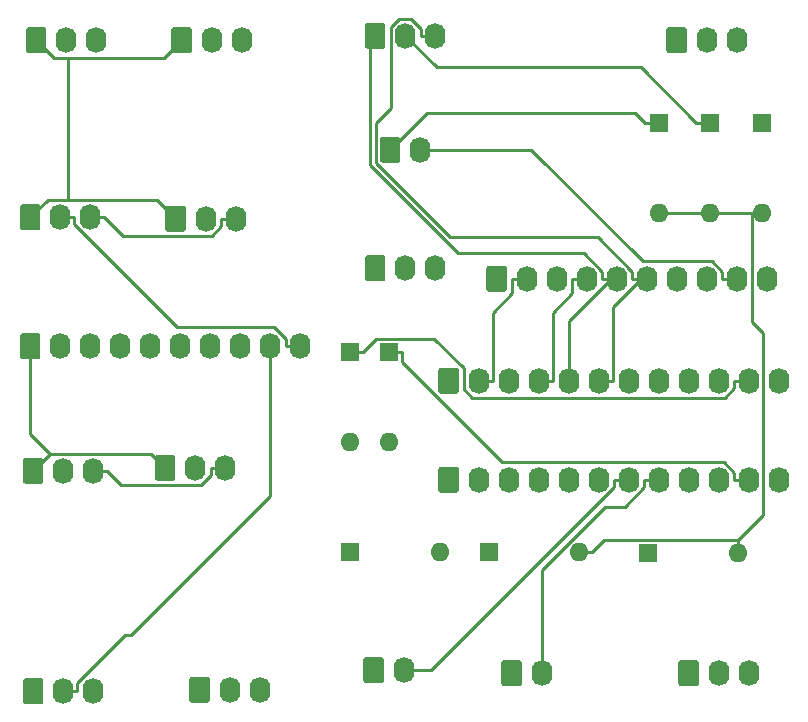
<source format=gbr>
G04 #@! TF.GenerationSoftware,KiCad,Pcbnew,(5.1.5-0-10_14)*
G04 #@! TF.CreationDate,2021-03-15T05:53:51+10:00*
G04 #@! TF.ProjectId,OH - Left Console - 7 - Communication Panel,4f48202d-204c-4656-9674-20436f6e736f,rev?*
G04 #@! TF.SameCoordinates,Original*
G04 #@! TF.FileFunction,Copper,L1,Top*
G04 #@! TF.FilePolarity,Positive*
%FSLAX46Y46*%
G04 Gerber Fmt 4.6, Leading zero omitted, Abs format (unit mm)*
G04 Created by KiCad (PCBNEW (5.1.5-0-10_14)) date 2021-03-15 05:53:51*
%MOMM*%
%LPD*%
G04 APERTURE LIST*
%ADD10O,1.740000X2.200000*%
%ADD11C,0.100000*%
%ADD12O,1.600000X1.600000*%
%ADD13R,1.600000X1.600000*%
%ADD14C,0.250000*%
G04 APERTURE END LIST*
D10*
X116586000Y-121920000D03*
X114046000Y-121920000D03*
X111506000Y-121920000D03*
X108966000Y-121920000D03*
X106426000Y-121920000D03*
X103886000Y-121920000D03*
X101346000Y-121920000D03*
X98806000Y-121920000D03*
X96266000Y-121920000D03*
X93726000Y-121920000D03*
X91186000Y-121920000D03*
G04 #@! TA.AperFunction,ComponentPad*
D11*
G36*
X89290505Y-120821204D02*
G01*
X89314773Y-120824804D01*
X89338572Y-120830765D01*
X89361671Y-120839030D01*
X89383850Y-120849520D01*
X89404893Y-120862132D01*
X89424599Y-120876747D01*
X89442777Y-120893223D01*
X89459253Y-120911401D01*
X89473868Y-120931107D01*
X89486480Y-120952150D01*
X89496970Y-120974329D01*
X89505235Y-120997428D01*
X89511196Y-121021227D01*
X89514796Y-121045495D01*
X89516000Y-121069999D01*
X89516000Y-122770001D01*
X89514796Y-122794505D01*
X89511196Y-122818773D01*
X89505235Y-122842572D01*
X89496970Y-122865671D01*
X89486480Y-122887850D01*
X89473868Y-122908893D01*
X89459253Y-122928599D01*
X89442777Y-122946777D01*
X89424599Y-122963253D01*
X89404893Y-122977868D01*
X89383850Y-122990480D01*
X89361671Y-123000970D01*
X89338572Y-123009235D01*
X89314773Y-123015196D01*
X89290505Y-123018796D01*
X89266001Y-123020000D01*
X88025999Y-123020000D01*
X88001495Y-123018796D01*
X87977227Y-123015196D01*
X87953428Y-123009235D01*
X87930329Y-123000970D01*
X87908150Y-122990480D01*
X87887107Y-122977868D01*
X87867401Y-122963253D01*
X87849223Y-122946777D01*
X87832747Y-122928599D01*
X87818132Y-122908893D01*
X87805520Y-122887850D01*
X87795030Y-122865671D01*
X87786765Y-122842572D01*
X87780804Y-122818773D01*
X87777204Y-122794505D01*
X87776000Y-122770001D01*
X87776000Y-121069999D01*
X87777204Y-121045495D01*
X87780804Y-121021227D01*
X87786765Y-120997428D01*
X87795030Y-120974329D01*
X87805520Y-120952150D01*
X87818132Y-120931107D01*
X87832747Y-120911401D01*
X87849223Y-120893223D01*
X87867401Y-120876747D01*
X87887107Y-120862132D01*
X87908150Y-120849520D01*
X87930329Y-120839030D01*
X87953428Y-120830765D01*
X87977227Y-120824804D01*
X88001495Y-120821204D01*
X88025999Y-120820000D01*
X89266001Y-120820000D01*
X89290505Y-120821204D01*
G37*
G04 #@! TD.AperFunction*
D10*
X116586000Y-113538000D03*
X114046000Y-113538000D03*
X111506000Y-113538000D03*
X108966000Y-113538000D03*
X106426000Y-113538000D03*
X103886000Y-113538000D03*
X101346000Y-113538000D03*
X98806000Y-113538000D03*
X96266000Y-113538000D03*
X93726000Y-113538000D03*
X91186000Y-113538000D03*
G04 #@! TA.AperFunction,ComponentPad*
D11*
G36*
X89290505Y-112439204D02*
G01*
X89314773Y-112442804D01*
X89338572Y-112448765D01*
X89361671Y-112457030D01*
X89383850Y-112467520D01*
X89404893Y-112480132D01*
X89424599Y-112494747D01*
X89442777Y-112511223D01*
X89459253Y-112529401D01*
X89473868Y-112549107D01*
X89486480Y-112570150D01*
X89496970Y-112592329D01*
X89505235Y-112615428D01*
X89511196Y-112639227D01*
X89514796Y-112663495D01*
X89516000Y-112687999D01*
X89516000Y-114388001D01*
X89514796Y-114412505D01*
X89511196Y-114436773D01*
X89505235Y-114460572D01*
X89496970Y-114483671D01*
X89486480Y-114505850D01*
X89473868Y-114526893D01*
X89459253Y-114546599D01*
X89442777Y-114564777D01*
X89424599Y-114581253D01*
X89404893Y-114595868D01*
X89383850Y-114608480D01*
X89361671Y-114618970D01*
X89338572Y-114627235D01*
X89314773Y-114633196D01*
X89290505Y-114636796D01*
X89266001Y-114638000D01*
X88025999Y-114638000D01*
X88001495Y-114636796D01*
X87977227Y-114633196D01*
X87953428Y-114627235D01*
X87930329Y-114618970D01*
X87908150Y-114608480D01*
X87887107Y-114595868D01*
X87867401Y-114581253D01*
X87849223Y-114564777D01*
X87832747Y-114546599D01*
X87818132Y-114526893D01*
X87805520Y-114505850D01*
X87795030Y-114483671D01*
X87786765Y-114460572D01*
X87780804Y-114436773D01*
X87777204Y-114412505D01*
X87776000Y-114388001D01*
X87776000Y-112687999D01*
X87777204Y-112663495D01*
X87780804Y-112639227D01*
X87786765Y-112615428D01*
X87795030Y-112592329D01*
X87805520Y-112570150D01*
X87818132Y-112549107D01*
X87832747Y-112529401D01*
X87849223Y-112511223D01*
X87867401Y-112494747D01*
X87887107Y-112480132D01*
X87908150Y-112467520D01*
X87930329Y-112457030D01*
X87953428Y-112448765D01*
X87977227Y-112442804D01*
X88001495Y-112439204D01*
X88025999Y-112438000D01*
X89266001Y-112438000D01*
X89290505Y-112439204D01*
G37*
G04 #@! TD.AperFunction*
D10*
X76073000Y-110617000D03*
X73533000Y-110617000D03*
X70993000Y-110617000D03*
X68453000Y-110617000D03*
X65913000Y-110617000D03*
X63373000Y-110617000D03*
X60833000Y-110617000D03*
X58293000Y-110617000D03*
X55753000Y-110617000D03*
G04 #@! TA.AperFunction,ComponentPad*
D11*
G36*
X53857505Y-109518204D02*
G01*
X53881773Y-109521804D01*
X53905572Y-109527765D01*
X53928671Y-109536030D01*
X53950850Y-109546520D01*
X53971893Y-109559132D01*
X53991599Y-109573747D01*
X54009777Y-109590223D01*
X54026253Y-109608401D01*
X54040868Y-109628107D01*
X54053480Y-109649150D01*
X54063970Y-109671329D01*
X54072235Y-109694428D01*
X54078196Y-109718227D01*
X54081796Y-109742495D01*
X54083000Y-109766999D01*
X54083000Y-111467001D01*
X54081796Y-111491505D01*
X54078196Y-111515773D01*
X54072235Y-111539572D01*
X54063970Y-111562671D01*
X54053480Y-111584850D01*
X54040868Y-111605893D01*
X54026253Y-111625599D01*
X54009777Y-111643777D01*
X53991599Y-111660253D01*
X53971893Y-111674868D01*
X53950850Y-111687480D01*
X53928671Y-111697970D01*
X53905572Y-111706235D01*
X53881773Y-111712196D01*
X53857505Y-111715796D01*
X53833001Y-111717000D01*
X52592999Y-111717000D01*
X52568495Y-111715796D01*
X52544227Y-111712196D01*
X52520428Y-111706235D01*
X52497329Y-111697970D01*
X52475150Y-111687480D01*
X52454107Y-111674868D01*
X52434401Y-111660253D01*
X52416223Y-111643777D01*
X52399747Y-111625599D01*
X52385132Y-111605893D01*
X52372520Y-111584850D01*
X52362030Y-111562671D01*
X52353765Y-111539572D01*
X52347804Y-111515773D01*
X52344204Y-111491505D01*
X52343000Y-111467001D01*
X52343000Y-109766999D01*
X52344204Y-109742495D01*
X52347804Y-109718227D01*
X52353765Y-109694428D01*
X52362030Y-109671329D01*
X52372520Y-109649150D01*
X52385132Y-109628107D01*
X52399747Y-109608401D01*
X52416223Y-109590223D01*
X52434401Y-109573747D01*
X52454107Y-109559132D01*
X52475150Y-109546520D01*
X52497329Y-109536030D01*
X52520428Y-109527765D01*
X52544227Y-109521804D01*
X52568495Y-109518204D01*
X52592999Y-109517000D01*
X53833001Y-109517000D01*
X53857505Y-109518204D01*
G37*
G04 #@! TD.AperFunction*
D10*
X86233000Y-93980000D03*
G04 #@! TA.AperFunction,ComponentPad*
D11*
G36*
X84337505Y-92881204D02*
G01*
X84361773Y-92884804D01*
X84385572Y-92890765D01*
X84408671Y-92899030D01*
X84430850Y-92909520D01*
X84451893Y-92922132D01*
X84471599Y-92936747D01*
X84489777Y-92953223D01*
X84506253Y-92971401D01*
X84520868Y-92991107D01*
X84533480Y-93012150D01*
X84543970Y-93034329D01*
X84552235Y-93057428D01*
X84558196Y-93081227D01*
X84561796Y-93105495D01*
X84563000Y-93129999D01*
X84563000Y-94830001D01*
X84561796Y-94854505D01*
X84558196Y-94878773D01*
X84552235Y-94902572D01*
X84543970Y-94925671D01*
X84533480Y-94947850D01*
X84520868Y-94968893D01*
X84506253Y-94988599D01*
X84489777Y-95006777D01*
X84471599Y-95023253D01*
X84451893Y-95037868D01*
X84430850Y-95050480D01*
X84408671Y-95060970D01*
X84385572Y-95069235D01*
X84361773Y-95075196D01*
X84337505Y-95078796D01*
X84313001Y-95080000D01*
X83072999Y-95080000D01*
X83048495Y-95078796D01*
X83024227Y-95075196D01*
X83000428Y-95069235D01*
X82977329Y-95060970D01*
X82955150Y-95050480D01*
X82934107Y-95037868D01*
X82914401Y-95023253D01*
X82896223Y-95006777D01*
X82879747Y-94988599D01*
X82865132Y-94968893D01*
X82852520Y-94947850D01*
X82842030Y-94925671D01*
X82833765Y-94902572D01*
X82827804Y-94878773D01*
X82824204Y-94854505D01*
X82823000Y-94830001D01*
X82823000Y-93129999D01*
X82824204Y-93105495D01*
X82827804Y-93081227D01*
X82833765Y-93057428D01*
X82842030Y-93034329D01*
X82852520Y-93012150D01*
X82865132Y-92991107D01*
X82879747Y-92971401D01*
X82896223Y-92953223D01*
X82914401Y-92936747D01*
X82934107Y-92922132D01*
X82955150Y-92909520D01*
X82977329Y-92899030D01*
X83000428Y-92890765D01*
X83024227Y-92884804D01*
X83048495Y-92881204D01*
X83072999Y-92880000D01*
X84313001Y-92880000D01*
X84337505Y-92881204D01*
G37*
G04 #@! TD.AperFunction*
D10*
X96520000Y-138303000D03*
G04 #@! TA.AperFunction,ComponentPad*
D11*
G36*
X94624505Y-137204204D02*
G01*
X94648773Y-137207804D01*
X94672572Y-137213765D01*
X94695671Y-137222030D01*
X94717850Y-137232520D01*
X94738893Y-137245132D01*
X94758599Y-137259747D01*
X94776777Y-137276223D01*
X94793253Y-137294401D01*
X94807868Y-137314107D01*
X94820480Y-137335150D01*
X94830970Y-137357329D01*
X94839235Y-137380428D01*
X94845196Y-137404227D01*
X94848796Y-137428495D01*
X94850000Y-137452999D01*
X94850000Y-139153001D01*
X94848796Y-139177505D01*
X94845196Y-139201773D01*
X94839235Y-139225572D01*
X94830970Y-139248671D01*
X94820480Y-139270850D01*
X94807868Y-139291893D01*
X94793253Y-139311599D01*
X94776777Y-139329777D01*
X94758599Y-139346253D01*
X94738893Y-139360868D01*
X94717850Y-139373480D01*
X94695671Y-139383970D01*
X94672572Y-139392235D01*
X94648773Y-139398196D01*
X94624505Y-139401796D01*
X94600001Y-139403000D01*
X93359999Y-139403000D01*
X93335495Y-139401796D01*
X93311227Y-139398196D01*
X93287428Y-139392235D01*
X93264329Y-139383970D01*
X93242150Y-139373480D01*
X93221107Y-139360868D01*
X93201401Y-139346253D01*
X93183223Y-139329777D01*
X93166747Y-139311599D01*
X93152132Y-139291893D01*
X93139520Y-139270850D01*
X93129030Y-139248671D01*
X93120765Y-139225572D01*
X93114804Y-139201773D01*
X93111204Y-139177505D01*
X93110000Y-139153001D01*
X93110000Y-137452999D01*
X93111204Y-137428495D01*
X93114804Y-137404227D01*
X93120765Y-137380428D01*
X93129030Y-137357329D01*
X93139520Y-137335150D01*
X93152132Y-137314107D01*
X93166747Y-137294401D01*
X93183223Y-137276223D01*
X93201401Y-137259747D01*
X93221107Y-137245132D01*
X93242150Y-137232520D01*
X93264329Y-137222030D01*
X93287428Y-137213765D01*
X93311227Y-137207804D01*
X93335495Y-137204204D01*
X93359999Y-137203000D01*
X94600001Y-137203000D01*
X94624505Y-137204204D01*
G37*
G04 #@! TD.AperFunction*
D10*
X84836000Y-138049000D03*
G04 #@! TA.AperFunction,ComponentPad*
D11*
G36*
X82940505Y-136950204D02*
G01*
X82964773Y-136953804D01*
X82988572Y-136959765D01*
X83011671Y-136968030D01*
X83033850Y-136978520D01*
X83054893Y-136991132D01*
X83074599Y-137005747D01*
X83092777Y-137022223D01*
X83109253Y-137040401D01*
X83123868Y-137060107D01*
X83136480Y-137081150D01*
X83146970Y-137103329D01*
X83155235Y-137126428D01*
X83161196Y-137150227D01*
X83164796Y-137174495D01*
X83166000Y-137198999D01*
X83166000Y-138899001D01*
X83164796Y-138923505D01*
X83161196Y-138947773D01*
X83155235Y-138971572D01*
X83146970Y-138994671D01*
X83136480Y-139016850D01*
X83123868Y-139037893D01*
X83109253Y-139057599D01*
X83092777Y-139075777D01*
X83074599Y-139092253D01*
X83054893Y-139106868D01*
X83033850Y-139119480D01*
X83011671Y-139129970D01*
X82988572Y-139138235D01*
X82964773Y-139144196D01*
X82940505Y-139147796D01*
X82916001Y-139149000D01*
X81675999Y-139149000D01*
X81651495Y-139147796D01*
X81627227Y-139144196D01*
X81603428Y-139138235D01*
X81580329Y-139129970D01*
X81558150Y-139119480D01*
X81537107Y-139106868D01*
X81517401Y-139092253D01*
X81499223Y-139075777D01*
X81482747Y-139057599D01*
X81468132Y-139037893D01*
X81455520Y-139016850D01*
X81445030Y-138994671D01*
X81436765Y-138971572D01*
X81430804Y-138947773D01*
X81427204Y-138923505D01*
X81426000Y-138899001D01*
X81426000Y-137198999D01*
X81427204Y-137174495D01*
X81430804Y-137150227D01*
X81436765Y-137126428D01*
X81445030Y-137103329D01*
X81455520Y-137081150D01*
X81468132Y-137060107D01*
X81482747Y-137040401D01*
X81499223Y-137022223D01*
X81517401Y-137005747D01*
X81537107Y-136991132D01*
X81558150Y-136978520D01*
X81580329Y-136968030D01*
X81603428Y-136959765D01*
X81627227Y-136953804D01*
X81651495Y-136950204D01*
X81675999Y-136949000D01*
X82916001Y-136949000D01*
X82940505Y-136950204D01*
G37*
G04 #@! TD.AperFunction*
D10*
X87503000Y-84328000D03*
X84963000Y-84328000D03*
G04 #@! TA.AperFunction,ComponentPad*
D11*
G36*
X83067505Y-83229204D02*
G01*
X83091773Y-83232804D01*
X83115572Y-83238765D01*
X83138671Y-83247030D01*
X83160850Y-83257520D01*
X83181893Y-83270132D01*
X83201599Y-83284747D01*
X83219777Y-83301223D01*
X83236253Y-83319401D01*
X83250868Y-83339107D01*
X83263480Y-83360150D01*
X83273970Y-83382329D01*
X83282235Y-83405428D01*
X83288196Y-83429227D01*
X83291796Y-83453495D01*
X83293000Y-83477999D01*
X83293000Y-85178001D01*
X83291796Y-85202505D01*
X83288196Y-85226773D01*
X83282235Y-85250572D01*
X83273970Y-85273671D01*
X83263480Y-85295850D01*
X83250868Y-85316893D01*
X83236253Y-85336599D01*
X83219777Y-85354777D01*
X83201599Y-85371253D01*
X83181893Y-85385868D01*
X83160850Y-85398480D01*
X83138671Y-85408970D01*
X83115572Y-85417235D01*
X83091773Y-85423196D01*
X83067505Y-85426796D01*
X83043001Y-85428000D01*
X81802999Y-85428000D01*
X81778495Y-85426796D01*
X81754227Y-85423196D01*
X81730428Y-85417235D01*
X81707329Y-85408970D01*
X81685150Y-85398480D01*
X81664107Y-85385868D01*
X81644401Y-85371253D01*
X81626223Y-85354777D01*
X81609747Y-85336599D01*
X81595132Y-85316893D01*
X81582520Y-85295850D01*
X81572030Y-85273671D01*
X81563765Y-85250572D01*
X81557804Y-85226773D01*
X81554204Y-85202505D01*
X81553000Y-85178001D01*
X81553000Y-83477999D01*
X81554204Y-83453495D01*
X81557804Y-83429227D01*
X81563765Y-83405428D01*
X81572030Y-83382329D01*
X81582520Y-83360150D01*
X81595132Y-83339107D01*
X81609747Y-83319401D01*
X81626223Y-83301223D01*
X81644401Y-83284747D01*
X81664107Y-83270132D01*
X81685150Y-83257520D01*
X81707329Y-83247030D01*
X81730428Y-83238765D01*
X81754227Y-83232804D01*
X81778495Y-83229204D01*
X81802999Y-83228000D01*
X83043001Y-83228000D01*
X83067505Y-83229204D01*
G37*
G04 #@! TD.AperFunction*
D10*
X113030000Y-84709000D03*
X110490000Y-84709000D03*
G04 #@! TA.AperFunction,ComponentPad*
D11*
G36*
X108594505Y-83610204D02*
G01*
X108618773Y-83613804D01*
X108642572Y-83619765D01*
X108665671Y-83628030D01*
X108687850Y-83638520D01*
X108708893Y-83651132D01*
X108728599Y-83665747D01*
X108746777Y-83682223D01*
X108763253Y-83700401D01*
X108777868Y-83720107D01*
X108790480Y-83741150D01*
X108800970Y-83763329D01*
X108809235Y-83786428D01*
X108815196Y-83810227D01*
X108818796Y-83834495D01*
X108820000Y-83858999D01*
X108820000Y-85559001D01*
X108818796Y-85583505D01*
X108815196Y-85607773D01*
X108809235Y-85631572D01*
X108800970Y-85654671D01*
X108790480Y-85676850D01*
X108777868Y-85697893D01*
X108763253Y-85717599D01*
X108746777Y-85735777D01*
X108728599Y-85752253D01*
X108708893Y-85766868D01*
X108687850Y-85779480D01*
X108665671Y-85789970D01*
X108642572Y-85798235D01*
X108618773Y-85804196D01*
X108594505Y-85807796D01*
X108570001Y-85809000D01*
X107329999Y-85809000D01*
X107305495Y-85807796D01*
X107281227Y-85804196D01*
X107257428Y-85798235D01*
X107234329Y-85789970D01*
X107212150Y-85779480D01*
X107191107Y-85766868D01*
X107171401Y-85752253D01*
X107153223Y-85735777D01*
X107136747Y-85717599D01*
X107122132Y-85697893D01*
X107109520Y-85676850D01*
X107099030Y-85654671D01*
X107090765Y-85631572D01*
X107084804Y-85607773D01*
X107081204Y-85583505D01*
X107080000Y-85559001D01*
X107080000Y-83858999D01*
X107081204Y-83834495D01*
X107084804Y-83810227D01*
X107090765Y-83786428D01*
X107099030Y-83763329D01*
X107109520Y-83741150D01*
X107122132Y-83720107D01*
X107136747Y-83700401D01*
X107153223Y-83682223D01*
X107171401Y-83665747D01*
X107191107Y-83651132D01*
X107212150Y-83638520D01*
X107234329Y-83628030D01*
X107257428Y-83619765D01*
X107281227Y-83613804D01*
X107305495Y-83610204D01*
X107329999Y-83609000D01*
X108570001Y-83609000D01*
X108594505Y-83610204D01*
G37*
G04 #@! TD.AperFunction*
D10*
X114046000Y-138303000D03*
X111506000Y-138303000D03*
G04 #@! TA.AperFunction,ComponentPad*
D11*
G36*
X109610505Y-137204204D02*
G01*
X109634773Y-137207804D01*
X109658572Y-137213765D01*
X109681671Y-137222030D01*
X109703850Y-137232520D01*
X109724893Y-137245132D01*
X109744599Y-137259747D01*
X109762777Y-137276223D01*
X109779253Y-137294401D01*
X109793868Y-137314107D01*
X109806480Y-137335150D01*
X109816970Y-137357329D01*
X109825235Y-137380428D01*
X109831196Y-137404227D01*
X109834796Y-137428495D01*
X109836000Y-137452999D01*
X109836000Y-139153001D01*
X109834796Y-139177505D01*
X109831196Y-139201773D01*
X109825235Y-139225572D01*
X109816970Y-139248671D01*
X109806480Y-139270850D01*
X109793868Y-139291893D01*
X109779253Y-139311599D01*
X109762777Y-139329777D01*
X109744599Y-139346253D01*
X109724893Y-139360868D01*
X109703850Y-139373480D01*
X109681671Y-139383970D01*
X109658572Y-139392235D01*
X109634773Y-139398196D01*
X109610505Y-139401796D01*
X109586001Y-139403000D01*
X108345999Y-139403000D01*
X108321495Y-139401796D01*
X108297227Y-139398196D01*
X108273428Y-139392235D01*
X108250329Y-139383970D01*
X108228150Y-139373480D01*
X108207107Y-139360868D01*
X108187401Y-139346253D01*
X108169223Y-139329777D01*
X108152747Y-139311599D01*
X108138132Y-139291893D01*
X108125520Y-139270850D01*
X108115030Y-139248671D01*
X108106765Y-139225572D01*
X108100804Y-139201773D01*
X108097204Y-139177505D01*
X108096000Y-139153001D01*
X108096000Y-137452999D01*
X108097204Y-137428495D01*
X108100804Y-137404227D01*
X108106765Y-137380428D01*
X108115030Y-137357329D01*
X108125520Y-137335150D01*
X108138132Y-137314107D01*
X108152747Y-137294401D01*
X108169223Y-137276223D01*
X108187401Y-137259747D01*
X108207107Y-137245132D01*
X108228150Y-137232520D01*
X108250329Y-137222030D01*
X108273428Y-137213765D01*
X108297227Y-137207804D01*
X108321495Y-137204204D01*
X108345999Y-137203000D01*
X109586001Y-137203000D01*
X109610505Y-137204204D01*
G37*
G04 #@! TD.AperFunction*
D10*
X58293000Y-99695000D03*
X55753000Y-99695000D03*
G04 #@! TA.AperFunction,ComponentPad*
D11*
G36*
X53857505Y-98596204D02*
G01*
X53881773Y-98599804D01*
X53905572Y-98605765D01*
X53928671Y-98614030D01*
X53950850Y-98624520D01*
X53971893Y-98637132D01*
X53991599Y-98651747D01*
X54009777Y-98668223D01*
X54026253Y-98686401D01*
X54040868Y-98706107D01*
X54053480Y-98727150D01*
X54063970Y-98749329D01*
X54072235Y-98772428D01*
X54078196Y-98796227D01*
X54081796Y-98820495D01*
X54083000Y-98844999D01*
X54083000Y-100545001D01*
X54081796Y-100569505D01*
X54078196Y-100593773D01*
X54072235Y-100617572D01*
X54063970Y-100640671D01*
X54053480Y-100662850D01*
X54040868Y-100683893D01*
X54026253Y-100703599D01*
X54009777Y-100721777D01*
X53991599Y-100738253D01*
X53971893Y-100752868D01*
X53950850Y-100765480D01*
X53928671Y-100775970D01*
X53905572Y-100784235D01*
X53881773Y-100790196D01*
X53857505Y-100793796D01*
X53833001Y-100795000D01*
X52592999Y-100795000D01*
X52568495Y-100793796D01*
X52544227Y-100790196D01*
X52520428Y-100784235D01*
X52497329Y-100775970D01*
X52475150Y-100765480D01*
X52454107Y-100752868D01*
X52434401Y-100738253D01*
X52416223Y-100721777D01*
X52399747Y-100703599D01*
X52385132Y-100683893D01*
X52372520Y-100662850D01*
X52362030Y-100640671D01*
X52353765Y-100617572D01*
X52347804Y-100593773D01*
X52344204Y-100569505D01*
X52343000Y-100545001D01*
X52343000Y-98844999D01*
X52344204Y-98820495D01*
X52347804Y-98796227D01*
X52353765Y-98772428D01*
X52362030Y-98749329D01*
X52372520Y-98727150D01*
X52385132Y-98706107D01*
X52399747Y-98686401D01*
X52416223Y-98668223D01*
X52434401Y-98651747D01*
X52454107Y-98637132D01*
X52475150Y-98624520D01*
X52497329Y-98614030D01*
X52520428Y-98605765D01*
X52544227Y-98599804D01*
X52568495Y-98596204D01*
X52592999Y-98595000D01*
X53833001Y-98595000D01*
X53857505Y-98596204D01*
G37*
G04 #@! TD.AperFunction*
D10*
X58547000Y-121158000D03*
X56007000Y-121158000D03*
G04 #@! TA.AperFunction,ComponentPad*
D11*
G36*
X54111505Y-120059204D02*
G01*
X54135773Y-120062804D01*
X54159572Y-120068765D01*
X54182671Y-120077030D01*
X54204850Y-120087520D01*
X54225893Y-120100132D01*
X54245599Y-120114747D01*
X54263777Y-120131223D01*
X54280253Y-120149401D01*
X54294868Y-120169107D01*
X54307480Y-120190150D01*
X54317970Y-120212329D01*
X54326235Y-120235428D01*
X54332196Y-120259227D01*
X54335796Y-120283495D01*
X54337000Y-120307999D01*
X54337000Y-122008001D01*
X54335796Y-122032505D01*
X54332196Y-122056773D01*
X54326235Y-122080572D01*
X54317970Y-122103671D01*
X54307480Y-122125850D01*
X54294868Y-122146893D01*
X54280253Y-122166599D01*
X54263777Y-122184777D01*
X54245599Y-122201253D01*
X54225893Y-122215868D01*
X54204850Y-122228480D01*
X54182671Y-122238970D01*
X54159572Y-122247235D01*
X54135773Y-122253196D01*
X54111505Y-122256796D01*
X54087001Y-122258000D01*
X52846999Y-122258000D01*
X52822495Y-122256796D01*
X52798227Y-122253196D01*
X52774428Y-122247235D01*
X52751329Y-122238970D01*
X52729150Y-122228480D01*
X52708107Y-122215868D01*
X52688401Y-122201253D01*
X52670223Y-122184777D01*
X52653747Y-122166599D01*
X52639132Y-122146893D01*
X52626520Y-122125850D01*
X52616030Y-122103671D01*
X52607765Y-122080572D01*
X52601804Y-122056773D01*
X52598204Y-122032505D01*
X52597000Y-122008001D01*
X52597000Y-120307999D01*
X52598204Y-120283495D01*
X52601804Y-120259227D01*
X52607765Y-120235428D01*
X52616030Y-120212329D01*
X52626520Y-120190150D01*
X52639132Y-120169107D01*
X52653747Y-120149401D01*
X52670223Y-120131223D01*
X52688401Y-120114747D01*
X52708107Y-120100132D01*
X52729150Y-120087520D01*
X52751329Y-120077030D01*
X52774428Y-120068765D01*
X52798227Y-120062804D01*
X52822495Y-120059204D01*
X52846999Y-120058000D01*
X54087001Y-120058000D01*
X54111505Y-120059204D01*
G37*
G04 #@! TD.AperFunction*
D10*
X58547000Y-139827000D03*
X56007000Y-139827000D03*
G04 #@! TA.AperFunction,ComponentPad*
D11*
G36*
X54111505Y-138728204D02*
G01*
X54135773Y-138731804D01*
X54159572Y-138737765D01*
X54182671Y-138746030D01*
X54204850Y-138756520D01*
X54225893Y-138769132D01*
X54245599Y-138783747D01*
X54263777Y-138800223D01*
X54280253Y-138818401D01*
X54294868Y-138838107D01*
X54307480Y-138859150D01*
X54317970Y-138881329D01*
X54326235Y-138904428D01*
X54332196Y-138928227D01*
X54335796Y-138952495D01*
X54337000Y-138976999D01*
X54337000Y-140677001D01*
X54335796Y-140701505D01*
X54332196Y-140725773D01*
X54326235Y-140749572D01*
X54317970Y-140772671D01*
X54307480Y-140794850D01*
X54294868Y-140815893D01*
X54280253Y-140835599D01*
X54263777Y-140853777D01*
X54245599Y-140870253D01*
X54225893Y-140884868D01*
X54204850Y-140897480D01*
X54182671Y-140907970D01*
X54159572Y-140916235D01*
X54135773Y-140922196D01*
X54111505Y-140925796D01*
X54087001Y-140927000D01*
X52846999Y-140927000D01*
X52822495Y-140925796D01*
X52798227Y-140922196D01*
X52774428Y-140916235D01*
X52751329Y-140907970D01*
X52729150Y-140897480D01*
X52708107Y-140884868D01*
X52688401Y-140870253D01*
X52670223Y-140853777D01*
X52653747Y-140835599D01*
X52639132Y-140815893D01*
X52626520Y-140794850D01*
X52616030Y-140772671D01*
X52607765Y-140749572D01*
X52601804Y-140725773D01*
X52598204Y-140701505D01*
X52597000Y-140677001D01*
X52597000Y-138976999D01*
X52598204Y-138952495D01*
X52601804Y-138928227D01*
X52607765Y-138904428D01*
X52616030Y-138881329D01*
X52626520Y-138859150D01*
X52639132Y-138838107D01*
X52653747Y-138818401D01*
X52670223Y-138800223D01*
X52688401Y-138783747D01*
X52708107Y-138769132D01*
X52729150Y-138756520D01*
X52751329Y-138746030D01*
X52774428Y-138737765D01*
X52798227Y-138731804D01*
X52822495Y-138728204D01*
X52846999Y-138727000D01*
X54087001Y-138727000D01*
X54111505Y-138728204D01*
G37*
G04 #@! TD.AperFunction*
D10*
X70612000Y-99822000D03*
X68072000Y-99822000D03*
G04 #@! TA.AperFunction,ComponentPad*
D11*
G36*
X66176505Y-98723204D02*
G01*
X66200773Y-98726804D01*
X66224572Y-98732765D01*
X66247671Y-98741030D01*
X66269850Y-98751520D01*
X66290893Y-98764132D01*
X66310599Y-98778747D01*
X66328777Y-98795223D01*
X66345253Y-98813401D01*
X66359868Y-98833107D01*
X66372480Y-98854150D01*
X66382970Y-98876329D01*
X66391235Y-98899428D01*
X66397196Y-98923227D01*
X66400796Y-98947495D01*
X66402000Y-98971999D01*
X66402000Y-100672001D01*
X66400796Y-100696505D01*
X66397196Y-100720773D01*
X66391235Y-100744572D01*
X66382970Y-100767671D01*
X66372480Y-100789850D01*
X66359868Y-100810893D01*
X66345253Y-100830599D01*
X66328777Y-100848777D01*
X66310599Y-100865253D01*
X66290893Y-100879868D01*
X66269850Y-100892480D01*
X66247671Y-100902970D01*
X66224572Y-100911235D01*
X66200773Y-100917196D01*
X66176505Y-100920796D01*
X66152001Y-100922000D01*
X64911999Y-100922000D01*
X64887495Y-100920796D01*
X64863227Y-100917196D01*
X64839428Y-100911235D01*
X64816329Y-100902970D01*
X64794150Y-100892480D01*
X64773107Y-100879868D01*
X64753401Y-100865253D01*
X64735223Y-100848777D01*
X64718747Y-100830599D01*
X64704132Y-100810893D01*
X64691520Y-100789850D01*
X64681030Y-100767671D01*
X64672765Y-100744572D01*
X64666804Y-100720773D01*
X64663204Y-100696505D01*
X64662000Y-100672001D01*
X64662000Y-98971999D01*
X64663204Y-98947495D01*
X64666804Y-98923227D01*
X64672765Y-98899428D01*
X64681030Y-98876329D01*
X64691520Y-98854150D01*
X64704132Y-98833107D01*
X64718747Y-98813401D01*
X64735223Y-98795223D01*
X64753401Y-98778747D01*
X64773107Y-98764132D01*
X64794150Y-98751520D01*
X64816329Y-98741030D01*
X64839428Y-98732765D01*
X64863227Y-98726804D01*
X64887495Y-98723204D01*
X64911999Y-98722000D01*
X66152001Y-98722000D01*
X66176505Y-98723204D01*
G37*
G04 #@! TD.AperFunction*
D10*
X72644000Y-139700000D03*
X70104000Y-139700000D03*
G04 #@! TA.AperFunction,ComponentPad*
D11*
G36*
X68208505Y-138601204D02*
G01*
X68232773Y-138604804D01*
X68256572Y-138610765D01*
X68279671Y-138619030D01*
X68301850Y-138629520D01*
X68322893Y-138642132D01*
X68342599Y-138656747D01*
X68360777Y-138673223D01*
X68377253Y-138691401D01*
X68391868Y-138711107D01*
X68404480Y-138732150D01*
X68414970Y-138754329D01*
X68423235Y-138777428D01*
X68429196Y-138801227D01*
X68432796Y-138825495D01*
X68434000Y-138849999D01*
X68434000Y-140550001D01*
X68432796Y-140574505D01*
X68429196Y-140598773D01*
X68423235Y-140622572D01*
X68414970Y-140645671D01*
X68404480Y-140667850D01*
X68391868Y-140688893D01*
X68377253Y-140708599D01*
X68360777Y-140726777D01*
X68342599Y-140743253D01*
X68322893Y-140757868D01*
X68301850Y-140770480D01*
X68279671Y-140780970D01*
X68256572Y-140789235D01*
X68232773Y-140795196D01*
X68208505Y-140798796D01*
X68184001Y-140800000D01*
X66943999Y-140800000D01*
X66919495Y-140798796D01*
X66895227Y-140795196D01*
X66871428Y-140789235D01*
X66848329Y-140780970D01*
X66826150Y-140770480D01*
X66805107Y-140757868D01*
X66785401Y-140743253D01*
X66767223Y-140726777D01*
X66750747Y-140708599D01*
X66736132Y-140688893D01*
X66723520Y-140667850D01*
X66713030Y-140645671D01*
X66704765Y-140622572D01*
X66698804Y-140598773D01*
X66695204Y-140574505D01*
X66694000Y-140550001D01*
X66694000Y-138849999D01*
X66695204Y-138825495D01*
X66698804Y-138801227D01*
X66704765Y-138777428D01*
X66713030Y-138754329D01*
X66723520Y-138732150D01*
X66736132Y-138711107D01*
X66750747Y-138691401D01*
X66767223Y-138673223D01*
X66785401Y-138656747D01*
X66805107Y-138642132D01*
X66826150Y-138629520D01*
X66848329Y-138619030D01*
X66871428Y-138610765D01*
X66895227Y-138604804D01*
X66919495Y-138601204D01*
X66943999Y-138600000D01*
X68184001Y-138600000D01*
X68208505Y-138601204D01*
G37*
G04 #@! TD.AperFunction*
D10*
X58801000Y-84709000D03*
X56261000Y-84709000D03*
G04 #@! TA.AperFunction,ComponentPad*
D11*
G36*
X54365505Y-83610204D02*
G01*
X54389773Y-83613804D01*
X54413572Y-83619765D01*
X54436671Y-83628030D01*
X54458850Y-83638520D01*
X54479893Y-83651132D01*
X54499599Y-83665747D01*
X54517777Y-83682223D01*
X54534253Y-83700401D01*
X54548868Y-83720107D01*
X54561480Y-83741150D01*
X54571970Y-83763329D01*
X54580235Y-83786428D01*
X54586196Y-83810227D01*
X54589796Y-83834495D01*
X54591000Y-83858999D01*
X54591000Y-85559001D01*
X54589796Y-85583505D01*
X54586196Y-85607773D01*
X54580235Y-85631572D01*
X54571970Y-85654671D01*
X54561480Y-85676850D01*
X54548868Y-85697893D01*
X54534253Y-85717599D01*
X54517777Y-85735777D01*
X54499599Y-85752253D01*
X54479893Y-85766868D01*
X54458850Y-85779480D01*
X54436671Y-85789970D01*
X54413572Y-85798235D01*
X54389773Y-85804196D01*
X54365505Y-85807796D01*
X54341001Y-85809000D01*
X53100999Y-85809000D01*
X53076495Y-85807796D01*
X53052227Y-85804196D01*
X53028428Y-85798235D01*
X53005329Y-85789970D01*
X52983150Y-85779480D01*
X52962107Y-85766868D01*
X52942401Y-85752253D01*
X52924223Y-85735777D01*
X52907747Y-85717599D01*
X52893132Y-85697893D01*
X52880520Y-85676850D01*
X52870030Y-85654671D01*
X52861765Y-85631572D01*
X52855804Y-85607773D01*
X52852204Y-85583505D01*
X52851000Y-85559001D01*
X52851000Y-83858999D01*
X52852204Y-83834495D01*
X52855804Y-83810227D01*
X52861765Y-83786428D01*
X52870030Y-83763329D01*
X52880520Y-83741150D01*
X52893132Y-83720107D01*
X52907747Y-83700401D01*
X52924223Y-83682223D01*
X52942401Y-83665747D01*
X52962107Y-83651132D01*
X52983150Y-83638520D01*
X53005329Y-83628030D01*
X53028428Y-83619765D01*
X53052227Y-83613804D01*
X53076495Y-83610204D01*
X53100999Y-83609000D01*
X54341001Y-83609000D01*
X54365505Y-83610204D01*
G37*
G04 #@! TD.AperFunction*
D10*
X69723000Y-120904000D03*
X67183000Y-120904000D03*
G04 #@! TA.AperFunction,ComponentPad*
D11*
G36*
X65287505Y-119805204D02*
G01*
X65311773Y-119808804D01*
X65335572Y-119814765D01*
X65358671Y-119823030D01*
X65380850Y-119833520D01*
X65401893Y-119846132D01*
X65421599Y-119860747D01*
X65439777Y-119877223D01*
X65456253Y-119895401D01*
X65470868Y-119915107D01*
X65483480Y-119936150D01*
X65493970Y-119958329D01*
X65502235Y-119981428D01*
X65508196Y-120005227D01*
X65511796Y-120029495D01*
X65513000Y-120053999D01*
X65513000Y-121754001D01*
X65511796Y-121778505D01*
X65508196Y-121802773D01*
X65502235Y-121826572D01*
X65493970Y-121849671D01*
X65483480Y-121871850D01*
X65470868Y-121892893D01*
X65456253Y-121912599D01*
X65439777Y-121930777D01*
X65421599Y-121947253D01*
X65401893Y-121961868D01*
X65380850Y-121974480D01*
X65358671Y-121984970D01*
X65335572Y-121993235D01*
X65311773Y-121999196D01*
X65287505Y-122002796D01*
X65263001Y-122004000D01*
X64022999Y-122004000D01*
X63998495Y-122002796D01*
X63974227Y-121999196D01*
X63950428Y-121993235D01*
X63927329Y-121984970D01*
X63905150Y-121974480D01*
X63884107Y-121961868D01*
X63864401Y-121947253D01*
X63846223Y-121930777D01*
X63829747Y-121912599D01*
X63815132Y-121892893D01*
X63802520Y-121871850D01*
X63792030Y-121849671D01*
X63783765Y-121826572D01*
X63777804Y-121802773D01*
X63774204Y-121778505D01*
X63773000Y-121754001D01*
X63773000Y-120053999D01*
X63774204Y-120029495D01*
X63777804Y-120005227D01*
X63783765Y-119981428D01*
X63792030Y-119958329D01*
X63802520Y-119936150D01*
X63815132Y-119915107D01*
X63829747Y-119895401D01*
X63846223Y-119877223D01*
X63864401Y-119860747D01*
X63884107Y-119846132D01*
X63905150Y-119833520D01*
X63927329Y-119823030D01*
X63950428Y-119814765D01*
X63974227Y-119808804D01*
X63998495Y-119805204D01*
X64022999Y-119804000D01*
X65263001Y-119804000D01*
X65287505Y-119805204D01*
G37*
G04 #@! TD.AperFunction*
D10*
X71120000Y-84709000D03*
X68580000Y-84709000D03*
G04 #@! TA.AperFunction,ComponentPad*
D11*
G36*
X66684505Y-83610204D02*
G01*
X66708773Y-83613804D01*
X66732572Y-83619765D01*
X66755671Y-83628030D01*
X66777850Y-83638520D01*
X66798893Y-83651132D01*
X66818599Y-83665747D01*
X66836777Y-83682223D01*
X66853253Y-83700401D01*
X66867868Y-83720107D01*
X66880480Y-83741150D01*
X66890970Y-83763329D01*
X66899235Y-83786428D01*
X66905196Y-83810227D01*
X66908796Y-83834495D01*
X66910000Y-83858999D01*
X66910000Y-85559001D01*
X66908796Y-85583505D01*
X66905196Y-85607773D01*
X66899235Y-85631572D01*
X66890970Y-85654671D01*
X66880480Y-85676850D01*
X66867868Y-85697893D01*
X66853253Y-85717599D01*
X66836777Y-85735777D01*
X66818599Y-85752253D01*
X66798893Y-85766868D01*
X66777850Y-85779480D01*
X66755671Y-85789970D01*
X66732572Y-85798235D01*
X66708773Y-85804196D01*
X66684505Y-85807796D01*
X66660001Y-85809000D01*
X65419999Y-85809000D01*
X65395495Y-85807796D01*
X65371227Y-85804196D01*
X65347428Y-85798235D01*
X65324329Y-85789970D01*
X65302150Y-85779480D01*
X65281107Y-85766868D01*
X65261401Y-85752253D01*
X65243223Y-85735777D01*
X65226747Y-85717599D01*
X65212132Y-85697893D01*
X65199520Y-85676850D01*
X65189030Y-85654671D01*
X65180765Y-85631572D01*
X65174804Y-85607773D01*
X65171204Y-85583505D01*
X65170000Y-85559001D01*
X65170000Y-83858999D01*
X65171204Y-83834495D01*
X65174804Y-83810227D01*
X65180765Y-83786428D01*
X65189030Y-83763329D01*
X65199520Y-83741150D01*
X65212132Y-83720107D01*
X65226747Y-83700401D01*
X65243223Y-83682223D01*
X65261401Y-83665747D01*
X65281107Y-83651132D01*
X65302150Y-83638520D01*
X65324329Y-83628030D01*
X65347428Y-83619765D01*
X65371227Y-83613804D01*
X65395495Y-83610204D01*
X65419999Y-83609000D01*
X66660001Y-83609000D01*
X66684505Y-83610204D01*
G37*
G04 #@! TD.AperFunction*
D10*
X115570000Y-104902000D03*
X113030000Y-104902000D03*
X110490000Y-104902000D03*
X107950000Y-104902000D03*
X105410000Y-104902000D03*
X102870000Y-104902000D03*
X100330000Y-104902000D03*
X97790000Y-104902000D03*
X95250000Y-104902000D03*
G04 #@! TA.AperFunction,ComponentPad*
D11*
G36*
X93354505Y-103803204D02*
G01*
X93378773Y-103806804D01*
X93402572Y-103812765D01*
X93425671Y-103821030D01*
X93447850Y-103831520D01*
X93468893Y-103844132D01*
X93488599Y-103858747D01*
X93506777Y-103875223D01*
X93523253Y-103893401D01*
X93537868Y-103913107D01*
X93550480Y-103934150D01*
X93560970Y-103956329D01*
X93569235Y-103979428D01*
X93575196Y-104003227D01*
X93578796Y-104027495D01*
X93580000Y-104051999D01*
X93580000Y-105752001D01*
X93578796Y-105776505D01*
X93575196Y-105800773D01*
X93569235Y-105824572D01*
X93560970Y-105847671D01*
X93550480Y-105869850D01*
X93537868Y-105890893D01*
X93523253Y-105910599D01*
X93506777Y-105928777D01*
X93488599Y-105945253D01*
X93468893Y-105959868D01*
X93447850Y-105972480D01*
X93425671Y-105982970D01*
X93402572Y-105991235D01*
X93378773Y-105997196D01*
X93354505Y-106000796D01*
X93330001Y-106002000D01*
X92089999Y-106002000D01*
X92065495Y-106000796D01*
X92041227Y-105997196D01*
X92017428Y-105991235D01*
X91994329Y-105982970D01*
X91972150Y-105972480D01*
X91951107Y-105959868D01*
X91931401Y-105945253D01*
X91913223Y-105928777D01*
X91896747Y-105910599D01*
X91882132Y-105890893D01*
X91869520Y-105869850D01*
X91859030Y-105847671D01*
X91850765Y-105824572D01*
X91844804Y-105800773D01*
X91841204Y-105776505D01*
X91840000Y-105752001D01*
X91840000Y-104051999D01*
X91841204Y-104027495D01*
X91844804Y-104003227D01*
X91850765Y-103979428D01*
X91859030Y-103956329D01*
X91869520Y-103934150D01*
X91882132Y-103913107D01*
X91896747Y-103893401D01*
X91913223Y-103875223D01*
X91931401Y-103858747D01*
X91951107Y-103844132D01*
X91972150Y-103831520D01*
X91994329Y-103821030D01*
X92017428Y-103812765D01*
X92041227Y-103806804D01*
X92065495Y-103803204D01*
X92089999Y-103802000D01*
X93330001Y-103802000D01*
X93354505Y-103803204D01*
G37*
G04 #@! TD.AperFunction*
D10*
X87503000Y-104013000D03*
X84963000Y-104013000D03*
G04 #@! TA.AperFunction,ComponentPad*
D11*
G36*
X83067505Y-102914204D02*
G01*
X83091773Y-102917804D01*
X83115572Y-102923765D01*
X83138671Y-102932030D01*
X83160850Y-102942520D01*
X83181893Y-102955132D01*
X83201599Y-102969747D01*
X83219777Y-102986223D01*
X83236253Y-103004401D01*
X83250868Y-103024107D01*
X83263480Y-103045150D01*
X83273970Y-103067329D01*
X83282235Y-103090428D01*
X83288196Y-103114227D01*
X83291796Y-103138495D01*
X83293000Y-103162999D01*
X83293000Y-104863001D01*
X83291796Y-104887505D01*
X83288196Y-104911773D01*
X83282235Y-104935572D01*
X83273970Y-104958671D01*
X83263480Y-104980850D01*
X83250868Y-105001893D01*
X83236253Y-105021599D01*
X83219777Y-105039777D01*
X83201599Y-105056253D01*
X83181893Y-105070868D01*
X83160850Y-105083480D01*
X83138671Y-105093970D01*
X83115572Y-105102235D01*
X83091773Y-105108196D01*
X83067505Y-105111796D01*
X83043001Y-105113000D01*
X81802999Y-105113000D01*
X81778495Y-105111796D01*
X81754227Y-105108196D01*
X81730428Y-105102235D01*
X81707329Y-105093970D01*
X81685150Y-105083480D01*
X81664107Y-105070868D01*
X81644401Y-105056253D01*
X81626223Y-105039777D01*
X81609747Y-105021599D01*
X81595132Y-105001893D01*
X81582520Y-104980850D01*
X81572030Y-104958671D01*
X81563765Y-104935572D01*
X81557804Y-104911773D01*
X81554204Y-104887505D01*
X81553000Y-104863001D01*
X81553000Y-103162999D01*
X81554204Y-103138495D01*
X81557804Y-103114227D01*
X81563765Y-103090428D01*
X81572030Y-103067329D01*
X81582520Y-103045150D01*
X81595132Y-103024107D01*
X81609747Y-103004401D01*
X81626223Y-102986223D01*
X81644401Y-102969747D01*
X81664107Y-102955132D01*
X81685150Y-102942520D01*
X81707329Y-102932030D01*
X81730428Y-102923765D01*
X81754227Y-102917804D01*
X81778495Y-102914204D01*
X81802999Y-102913000D01*
X83043001Y-102913000D01*
X83067505Y-102914204D01*
G37*
G04 #@! TD.AperFunction*
D12*
X83566000Y-118745000D03*
D13*
X83566000Y-111125000D03*
D12*
X106426000Y-99314000D03*
D13*
X106426000Y-91694000D03*
D12*
X99695000Y-128016000D03*
D13*
X92075000Y-128016000D03*
D12*
X87884000Y-128016000D03*
D13*
X80264000Y-128016000D03*
D12*
X110744000Y-99314000D03*
D13*
X110744000Y-91694000D03*
D12*
X113157000Y-128143000D03*
D13*
X105537000Y-128143000D03*
D12*
X115189000Y-99314000D03*
D13*
X115189000Y-91694000D03*
D12*
X80264000Y-118745000D03*
D13*
X80264000Y-111125000D03*
D14*
X114046000Y-113538000D02*
X112850700Y-113538000D01*
X80264000Y-111125000D02*
X81389300Y-111125000D01*
X81389300Y-111125000D02*
X82518800Y-109995500D01*
X82518800Y-109995500D02*
X87433900Y-109995500D01*
X87433900Y-109995500D02*
X89916500Y-112478100D01*
X89916500Y-112478100D02*
X89916500Y-114255800D01*
X89916500Y-114255800D02*
X90651300Y-114990600D01*
X90651300Y-114990600D02*
X112019600Y-114990600D01*
X112019600Y-114990600D02*
X112850700Y-114159500D01*
X112850700Y-114159500D02*
X112850700Y-113538000D01*
X113157000Y-127017700D02*
X101818600Y-127017700D01*
X101818600Y-127017700D02*
X100820300Y-128016000D01*
X114355600Y-99314000D02*
X114355600Y-108599300D01*
X114355600Y-108599300D02*
X115252500Y-109496200D01*
X115252500Y-109496200D02*
X115252500Y-124922200D01*
X115252500Y-124922200D02*
X113157000Y-127017700D01*
X99695000Y-128016000D02*
X100820300Y-128016000D01*
X114355600Y-99314000D02*
X110744000Y-99314000D01*
X115189000Y-99314000D02*
X114355600Y-99314000D01*
X113157000Y-128143000D02*
X113157000Y-127017700D01*
X110744000Y-99314000D02*
X106426000Y-99314000D01*
X110744000Y-91694000D02*
X109618700Y-91694000D01*
X109618700Y-91694000D02*
X104913700Y-86989000D01*
X104913700Y-86989000D02*
X87624000Y-86989000D01*
X87624000Y-86989000D02*
X84963000Y-84328000D01*
X106426000Y-91694000D02*
X105300700Y-91694000D01*
X105300700Y-91694000D02*
X104467300Y-90860600D01*
X104467300Y-90860600D02*
X86812400Y-90860600D01*
X86812400Y-90860600D02*
X83693000Y-93980000D01*
X114046000Y-121920000D02*
X112850700Y-121920000D01*
X83566000Y-111125000D02*
X84691300Y-111125000D01*
X84691300Y-111125000D02*
X84691300Y-111969000D01*
X84691300Y-111969000D02*
X93134700Y-120412400D01*
X93134700Y-120412400D02*
X111940700Y-120412400D01*
X111940700Y-120412400D02*
X112850700Y-121322400D01*
X112850700Y-121322400D02*
X112850700Y-121920000D01*
X58547000Y-121158000D02*
X59742300Y-121158000D01*
X69723000Y-120904000D02*
X68527700Y-120904000D01*
X68527700Y-120904000D02*
X68527700Y-121501600D01*
X68527700Y-121501600D02*
X67696800Y-122332500D01*
X67696800Y-122332500D02*
X60916800Y-122332500D01*
X60916800Y-122332500D02*
X59742300Y-121158000D01*
X58293000Y-99695000D02*
X59488300Y-99695000D01*
X70612000Y-99822000D02*
X69416700Y-99822000D01*
X69416700Y-99822000D02*
X69416700Y-100419600D01*
X69416700Y-100419600D02*
X68582700Y-101253600D01*
X68582700Y-101253600D02*
X61046900Y-101253600D01*
X61046900Y-101253600D02*
X59488300Y-99695000D01*
X56433600Y-98221500D02*
X63931500Y-98221500D01*
X63931500Y-98221500D02*
X65532000Y-99822000D01*
X53213000Y-99695000D02*
X54686500Y-98221500D01*
X54686500Y-98221500D02*
X56433600Y-98221500D01*
X56433600Y-98221500D02*
X56433600Y-86193300D01*
X56433600Y-86193300D02*
X55205300Y-86193300D01*
X55205300Y-86193300D02*
X53721000Y-84709000D01*
X66040000Y-84709000D02*
X64555700Y-86193300D01*
X64555700Y-86193300D02*
X56433600Y-86193300D01*
X54900400Y-119724600D02*
X63463600Y-119724600D01*
X63463600Y-119724600D02*
X64643000Y-120904000D01*
X53467000Y-121158000D02*
X54900400Y-119724600D01*
X53213000Y-110617000D02*
X53213000Y-118037200D01*
X53213000Y-118037200D02*
X54900400Y-119724600D01*
X111834700Y-104902000D02*
X111834700Y-104304400D01*
X111834700Y-104304400D02*
X110945400Y-103415100D01*
X110945400Y-103415100D02*
X105090500Y-103415100D01*
X105090500Y-103415100D02*
X95655400Y-93980000D01*
X95655400Y-93980000D02*
X87428300Y-93980000D01*
X113030000Y-104902000D02*
X111834700Y-104902000D01*
X86233000Y-93980000D02*
X87428300Y-93980000D01*
X106426000Y-121920000D02*
X105230700Y-121920000D01*
X96520000Y-138303000D02*
X96520000Y-129580200D01*
X96520000Y-129580200D02*
X101909500Y-124190700D01*
X101909500Y-124190700D02*
X103557600Y-124190700D01*
X103557600Y-124190700D02*
X105230700Y-122517600D01*
X105230700Y-122517600D02*
X105230700Y-121920000D01*
X103886000Y-121920000D02*
X102690700Y-121920000D01*
X84836000Y-138049000D02*
X86031300Y-138049000D01*
X86031300Y-138049000D02*
X87159300Y-138049000D01*
X87159300Y-138049000D02*
X102690700Y-122517600D01*
X102690700Y-122517600D02*
X102690700Y-121920000D01*
X104214700Y-104902000D02*
X104214700Y-104304400D01*
X104214700Y-104304400D02*
X101313700Y-101403400D01*
X101313700Y-101403400D02*
X88761900Y-101403400D01*
X88761900Y-101403400D02*
X82478700Y-95120200D01*
X82478700Y-95120200D02*
X82478700Y-91729100D01*
X82478700Y-91729100D02*
X83751000Y-90456800D01*
X83751000Y-90456800D02*
X83751000Y-83612700D01*
X83751000Y-83612700D02*
X84466600Y-82897100D01*
X84466600Y-82897100D02*
X85474400Y-82897100D01*
X85474400Y-82897100D02*
X86307700Y-83730400D01*
X86307700Y-83730400D02*
X86307700Y-84328000D01*
X101346000Y-113538000D02*
X102541300Y-113538000D01*
X104941000Y-104902000D02*
X102541300Y-107301700D01*
X102541300Y-107301700D02*
X102541300Y-113538000D01*
X104941000Y-104902000D02*
X104214700Y-104902000D01*
X105410000Y-104902000D02*
X104941000Y-104902000D01*
X87503000Y-84328000D02*
X86307700Y-84328000D01*
X102401000Y-104902000D02*
X98806000Y-108497000D01*
X98806000Y-108497000D02*
X98806000Y-113538000D01*
X102401000Y-104902000D02*
X101674700Y-104902000D01*
X102870000Y-104902000D02*
X102401000Y-104902000D01*
X82423000Y-84328000D02*
X82008600Y-84742400D01*
X82008600Y-84742400D02*
X82008600Y-95287000D01*
X82008600Y-95287000D02*
X89452600Y-102731000D01*
X89452600Y-102731000D02*
X100101300Y-102731000D01*
X100101300Y-102731000D02*
X101674700Y-104304400D01*
X101674700Y-104304400D02*
X101674700Y-104902000D01*
X100330000Y-104902000D02*
X99134700Y-104902000D01*
X96266000Y-113538000D02*
X97461300Y-113538000D01*
X99134700Y-104902000D02*
X99134700Y-106097300D01*
X99134700Y-106097300D02*
X97461300Y-107770700D01*
X97461300Y-107770700D02*
X97461300Y-113538000D01*
X95250000Y-104902000D02*
X94054700Y-104902000D01*
X91186000Y-113538000D02*
X92381300Y-113538000D01*
X94054700Y-104902000D02*
X94054700Y-106097300D01*
X94054700Y-106097300D02*
X92381300Y-107770700D01*
X92381300Y-107770700D02*
X92381300Y-113538000D01*
X56007000Y-139827000D02*
X57202300Y-139827000D01*
X57202300Y-139827000D02*
X57202300Y-139145100D01*
X57202300Y-139145100D02*
X61262600Y-135084800D01*
X61262600Y-135084800D02*
X61776000Y-135084800D01*
X61776000Y-135084800D02*
X73533000Y-123327800D01*
X73533000Y-123327800D02*
X73533000Y-110617000D01*
X76073000Y-110617000D02*
X74877700Y-110617000D01*
X55753000Y-99695000D02*
X56948300Y-99695000D01*
X56948300Y-99695000D02*
X56948300Y-100292600D01*
X56948300Y-100292600D02*
X65640900Y-108985200D01*
X65640900Y-108985200D02*
X73843500Y-108985200D01*
X73843500Y-108985200D02*
X74877700Y-110019400D01*
X74877700Y-110019400D02*
X74877700Y-110617000D01*
M02*

</source>
